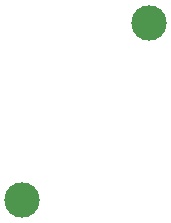
<source format=gbr>
%TF.GenerationSoftware,KiCad,Pcbnew,(6.0.6)*%
%TF.CreationDate,2022-08-08T15:32:20+08:00*%
%TF.ProjectId,Stealthburner_Toolhead_PCB,53746561-6c74-4686-9275-726e65725f54,rev?*%
%TF.SameCoordinates,Original*%
%TF.FileFunction,NonPlated,1,4,NPTH,Drill*%
%TF.FilePolarity,Positive*%
%FSLAX46Y46*%
G04 Gerber Fmt 4.6, Leading zero omitted, Abs format (unit mm)*
G04 Created by KiCad (PCBNEW (6.0.6)) date 2022-08-08 15:32:20*
%MOMM*%
%LPD*%
G01*
G04 APERTURE LIST*
%TA.AperFunction,ComponentDrill*%
%ADD10C,3.000000*%
%TD*%
G04 APERTURE END LIST*
D10*
%TO.C,J9*%
X133451600Y-118561600D03*
%TO.C,J1*%
X144215600Y-103581200D03*
M02*

</source>
